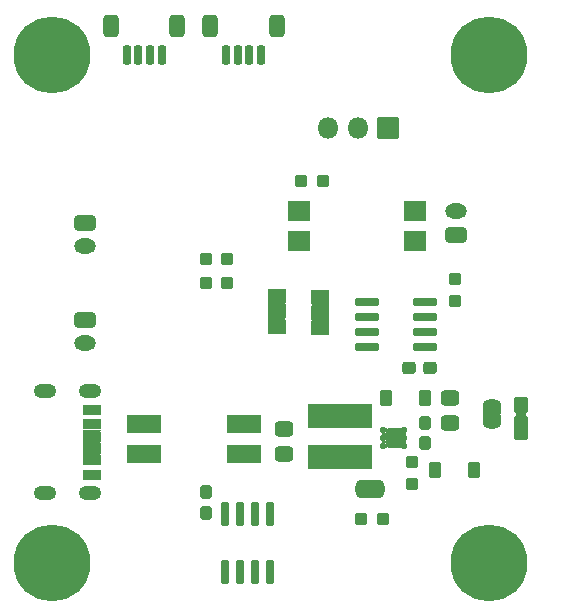
<source format=gbr>
%TF.GenerationSoftware,KiCad,Pcbnew,(6.0.4-0)*%
%TF.CreationDate,2023-08-08T15:54:36-06:00*%
%TF.ProjectId,TPS61165-heater-v8,54505336-3131-4363-952d-686561746572,rev?*%
%TF.SameCoordinates,Original*%
%TF.FileFunction,Soldermask,Top*%
%TF.FilePolarity,Negative*%
%FSLAX46Y46*%
G04 Gerber Fmt 4.6, Leading zero omitted, Abs format (unit mm)*
G04 Created by KiCad (PCBNEW (6.0.4-0)) date 2023-08-08 15:54:36*
%MOMM*%
%LPD*%
G01*
G04 APERTURE LIST*
G04 Aperture macros list*
%AMRoundRect*
0 Rectangle with rounded corners*
0 $1 Rounding radius*
0 $2 $3 $4 $5 $6 $7 $8 $9 X,Y pos of 4 corners*
0 Add a 4 corners polygon primitive as box body*
4,1,4,$2,$3,$4,$5,$6,$7,$8,$9,$2,$3,0*
0 Add four circle primitives for the rounded corners*
1,1,$1+$1,$2,$3*
1,1,$1+$1,$4,$5*
1,1,$1+$1,$6,$7*
1,1,$1+$1,$8,$9*
0 Add four rect primitives between the rounded corners*
20,1,$1+$1,$2,$3,$4,$5,0*
20,1,$1+$1,$4,$5,$6,$7,0*
20,1,$1+$1,$6,$7,$8,$9,0*
20,1,$1+$1,$8,$9,$2,$3,0*%
%AMFreePoly0*
4,1,37,0.536062,0.786062,0.551000,0.750000,0.551000,-0.750000,0.536062,-0.786062,0.500000,-0.801000,0.000000,-0.801000,-0.012525,-0.795812,-0.080875,-0.794559,-0.095149,-0.792248,-0.230464,-0.749973,-0.243516,-0.743747,-0.361526,-0.665192,-0.372306,-0.655554,-0.463526,-0.547035,-0.471167,-0.534759,-0.528262,-0.405000,-0.532150,-0.391073,-0.549733,-0.256613,-0.548336,-0.256430,-0.551000,-0.250000,
-0.551000,0.250000,-0.550512,0.251179,-0.550356,0.263956,-0.528545,0.404033,-0.524317,0.417860,-0.464069,0.546185,-0.456130,0.558271,-0.362286,0.664529,-0.351274,0.673901,-0.231379,0.749549,-0.218180,0.755454,-0.081873,0.794411,-0.067546,0.796373,-0.011990,0.796033,0.000000,0.801000,0.500000,0.801000,0.536062,0.786062,0.536062,0.786062,$1*%
%AMFreePoly1*
4,1,37,0.012349,0.795885,0.074216,0.795507,0.088518,0.793370,0.224339,0.752751,0.237465,0.746685,0.356427,0.669578,0.367324,0.660073,0.459862,0.552676,0.467652,0.540494,0.526329,0.411442,0.530388,0.397563,0.550485,0.257230,0.551000,0.250000,0.551000,-0.250000,0.550996,-0.250622,0.550847,-0.262838,0.550144,-0.270677,0.526624,-0.410478,0.522228,-0.424254,0.460416,-0.551833,
0.452330,-0.563821,0.357195,-0.668925,0.346069,-0.678161,0.225259,-0.752338,0.211989,-0.758081,0.075216,-0.795370,0.060866,-0.797157,0.011464,-0.796251,0.000000,-0.801000,-0.500000,-0.801000,-0.536062,-0.786062,-0.551000,-0.750000,-0.551000,0.750000,-0.536062,0.786062,-0.500000,0.801000,0.000000,0.801000,0.012349,0.795885,0.012349,0.795885,$1*%
G04 Aperture macros list end*
%ADD10RoundRect,0.201000X0.150000X-0.825000X0.150000X0.825000X-0.150000X0.825000X-0.150000X-0.825000X0*%
%ADD11RoundRect,0.288500X-0.250000X-0.237500X0.250000X-0.237500X0.250000X0.237500X-0.250000X0.237500X0*%
%ADD12RoundRect,0.288500X0.250000X0.237500X-0.250000X0.237500X-0.250000X-0.237500X0.250000X-0.237500X0*%
%ADD13RoundRect,0.288500X-0.237500X0.250000X-0.237500X-0.250000X0.237500X-0.250000X0.237500X0.250000X0*%
%ADD14RoundRect,0.288500X0.237500X-0.300000X0.237500X0.300000X-0.237500X0.300000X-0.237500X-0.300000X0*%
%ADD15RoundRect,0.288500X-0.300000X-0.237500X0.300000X-0.237500X0.300000X0.237500X-0.300000X0.237500X0*%
%ADD16RoundRect,0.301000X0.475000X-0.337500X0.475000X0.337500X-0.475000X0.337500X-0.475000X-0.337500X0*%
%ADD17RoundRect,0.301000X-0.475000X0.337500X-0.475000X-0.337500X0.475000X-0.337500X0.475000X0.337500X0*%
%ADD18RoundRect,0.301000X-0.625000X0.350000X-0.625000X-0.350000X0.625000X-0.350000X0.625000X0.350000X0*%
%ADD19O,1.852000X1.302000*%
%ADD20RoundRect,0.301000X0.625000X-0.350000X0.625000X0.350000X-0.625000X0.350000X-0.625000X-0.350000X0*%
%ADD21O,1.902000X1.202000*%
%ADD22RoundRect,0.051000X-0.750000X0.350000X-0.750000X-0.350000X0.750000X-0.350000X0.750000X0.350000X0*%
%ADD23RoundRect,0.051000X-0.750000X0.380000X-0.750000X-0.380000X0.750000X-0.380000X0.750000X0.380000X0*%
%ADD24RoundRect,0.051000X-0.750000X0.400000X-0.750000X-0.400000X0.750000X-0.400000X0.750000X0.400000X0*%
%ADD25RoundRect,0.144750X0.093750X0.106250X-0.093750X0.106250X-0.093750X-0.106250X0.093750X-0.106250X0*%
%ADD26RoundRect,0.051000X0.500000X0.800000X-0.500000X0.800000X-0.500000X-0.800000X0.500000X-0.800000X0*%
%ADD27RoundRect,0.051000X2.650000X-1.000000X2.650000X1.000000X-2.650000X1.000000X-2.650000X-1.000000X0*%
%ADD28RoundRect,0.051000X-1.412500X-0.700000X1.412500X-0.700000X1.412500X0.700000X-1.412500X0.700000X0*%
%ADD29RoundRect,0.051000X0.450000X0.600000X-0.450000X0.600000X-0.450000X-0.600000X0.450000X-0.600000X0*%
%ADD30RoundRect,0.051000X-0.850000X0.850000X-0.850000X-0.850000X0.850000X-0.850000X0.850000X0.850000X0*%
%ADD31O,1.802000X1.802000*%
%ADD32RoundRect,0.051000X0.900000X0.800000X-0.900000X0.800000X-0.900000X-0.800000X0.900000X-0.800000X0*%
%ADD33RoundRect,0.201000X-0.150000X-0.625000X0.150000X-0.625000X0.150000X0.625000X-0.150000X0.625000X0*%
%ADD34RoundRect,0.301000X-0.350000X-0.650000X0.350000X-0.650000X0.350000X0.650000X-0.350000X0.650000X0*%
%ADD35RoundRect,0.051000X0.750000X-0.500000X0.750000X0.500000X-0.750000X0.500000X-0.750000X-0.500000X0*%
%ADD36FreePoly0,90.000000*%
%ADD37FreePoly1,90.000000*%
%ADD38RoundRect,0.201000X-0.825000X-0.150000X0.825000X-0.150000X0.825000X0.150000X-0.825000X0.150000X0*%
%ADD39RoundRect,0.051000X-0.505000X0.950000X-0.505000X-0.950000X0.505000X-0.950000X0.505000X0.950000X0*%
%ADD40RoundRect,0.051000X-0.505000X0.590000X-0.505000X-0.590000X0.505000X-0.590000X0.505000X0.590000X0*%
%ADD41C,3.702000*%
%ADD42C,6.502000*%
%ADD43FreePoly0,0.000000*%
%ADD44FreePoly1,0.000000*%
G04 APERTURE END LIST*
D10*
%TO.C,U4*%
X133595000Y-94775000D03*
X134865000Y-94775000D03*
X136135000Y-94775000D03*
X137405000Y-94775000D03*
X137405000Y-89825000D03*
X136135000Y-89825000D03*
X134865000Y-89825000D03*
X133595000Y-89825000D03*
%TD*%
D11*
%TO.C,R6*%
X131987500Y-68300000D03*
X133812500Y-68300000D03*
%TD*%
%TO.C,R5*%
X131987500Y-70300000D03*
X133812500Y-70300000D03*
%TD*%
D12*
%TO.C,R4*%
X141912500Y-61700000D03*
X140087500Y-61700000D03*
%TD*%
D13*
%TO.C,R3*%
X153100000Y-69987500D03*
X153100000Y-71812500D03*
%TD*%
%TO.C,R2*%
X149500000Y-85487500D03*
X149500000Y-87312500D03*
%TD*%
D11*
%TO.C,R1*%
X145187500Y-90300000D03*
X147012500Y-90300000D03*
%TD*%
D14*
%TO.C,C5*%
X132000000Y-89762500D03*
X132000000Y-88037500D03*
%TD*%
D15*
%TO.C,C4*%
X149237500Y-77500000D03*
X150962500Y-77500000D03*
%TD*%
D16*
%TO.C,C3*%
X138600000Y-84737500D03*
X138600000Y-82662500D03*
%TD*%
D17*
%TO.C,C2*%
X152700000Y-80037500D03*
X152700000Y-82112500D03*
%TD*%
D14*
%TO.C,C1*%
X150600000Y-83862500D03*
X150600000Y-82137500D03*
%TD*%
D18*
%TO.C,J2*%
X121800000Y-73400000D03*
D19*
X121800000Y-75400000D03*
%TD*%
D20*
%TO.C,J5*%
X153150000Y-66200000D03*
D19*
X153150000Y-64200000D03*
%TD*%
D21*
%TO.C,J1*%
X122214000Y-88120000D03*
X118414000Y-88120000D03*
X122214000Y-79480000D03*
X118414000Y-79480000D03*
D22*
X122364000Y-83300000D03*
D23*
X122364000Y-85320000D03*
D24*
X122364000Y-86550000D03*
D22*
X122364000Y-84300000D03*
D23*
X122364000Y-82280000D03*
D24*
X122364000Y-81050000D03*
%TD*%
D25*
%TO.C,U1*%
X148817500Y-84080000D03*
X148817500Y-83430000D03*
X148817500Y-82780000D03*
X147042500Y-82780000D03*
X147042500Y-83430000D03*
X147042500Y-84080000D03*
D26*
X147930000Y-83430000D03*
%TD*%
D27*
%TO.C,L1*%
X143400000Y-85000000D03*
X143400000Y-81600000D03*
%TD*%
D28*
%TO.C,FL1*%
X126763000Y-82230000D03*
X126763000Y-84770000D03*
X135237000Y-84770000D03*
X135237000Y-82230000D03*
%TD*%
D29*
%TO.C,D1*%
X150550000Y-80000000D03*
X147250000Y-80000000D03*
%TD*%
D30*
%TO.C,J4*%
X147400000Y-57200000D03*
D31*
X144860000Y-57200000D03*
X142320000Y-57200000D03*
%TD*%
D32*
%TO.C,U2*%
X139924000Y-64230000D03*
X139924000Y-66770000D03*
X149676000Y-66770000D03*
X149676000Y-64230000D03*
%TD*%
D33*
%TO.C,J6*%
X133700000Y-51025000D03*
X134700000Y-51025000D03*
X135700000Y-51025000D03*
X136700000Y-51025000D03*
D34*
X138000000Y-48500000D03*
X132400000Y-48500000D03*
%TD*%
D35*
%TO.C,JP3*%
X138000000Y-74000000D03*
X138000000Y-72700000D03*
X138000000Y-71400000D03*
%TD*%
%TO.C,JP4*%
X141700000Y-74100000D03*
X141700000Y-72800000D03*
X141700000Y-71500000D03*
%TD*%
D29*
%TO.C,D2*%
X154750000Y-86100000D03*
X151450000Y-86100000D03*
%TD*%
D36*
%TO.C,JP2*%
X156200000Y-82050000D03*
D37*
X156200000Y-80750000D03*
%TD*%
D38*
%TO.C,U3*%
X145625000Y-71895000D03*
X145625000Y-73165000D03*
X145625000Y-74435000D03*
X145625000Y-75705000D03*
X150575000Y-75705000D03*
X150575000Y-74435000D03*
X150575000Y-73165000D03*
X150575000Y-71895000D03*
%TD*%
D39*
%TO.C,D3*%
X158700000Y-82545000D03*
D40*
X158700000Y-80655000D03*
%TD*%
D18*
%TO.C,J3*%
X121800000Y-65200000D03*
D19*
X121800000Y-67200000D03*
%TD*%
D41*
%TO.C,H4*%
X119000000Y-94000000D03*
D42*
X119000000Y-94000000D03*
%TD*%
D33*
%TO.C,J7*%
X125300000Y-51025000D03*
X126300000Y-51025000D03*
X127300000Y-51025000D03*
X128300000Y-51025000D03*
D34*
X129600000Y-48500000D03*
X124000000Y-48500000D03*
%TD*%
D43*
%TO.C,JP1*%
X145250000Y-87700000D03*
D44*
X146550000Y-87700000D03*
%TD*%
D41*
%TO.C,H3*%
X156000000Y-94000000D03*
D42*
X156000000Y-94000000D03*
%TD*%
D41*
%TO.C,H2*%
X156000000Y-51000000D03*
D42*
X156000000Y-51000000D03*
%TD*%
D41*
%TO.C,H1*%
X119000000Y-51000000D03*
D42*
X119000000Y-51000000D03*
%TD*%
G36*
X145799267Y-86933301D02*
G01*
X145850946Y-86976489D01*
X145919661Y-86985120D01*
X145982291Y-86955156D01*
X146000348Y-86934318D01*
X146002238Y-86933664D01*
X146003749Y-86934974D01*
X146003821Y-86936018D01*
X146001000Y-86950199D01*
X146001000Y-88449801D01*
X146003978Y-88464774D01*
X146003335Y-88466668D01*
X146001373Y-88467058D01*
X146000733Y-88466699D01*
X145949054Y-88423511D01*
X145880339Y-88414880D01*
X145817709Y-88444844D01*
X145799652Y-88465682D01*
X145797762Y-88466336D01*
X145796251Y-88465026D01*
X145796179Y-88463982D01*
X145799000Y-88449801D01*
X145799000Y-86950199D01*
X145796022Y-86935226D01*
X145796665Y-86933332D01*
X145798627Y-86932942D01*
X145799267Y-86933301D01*
G37*
G36*
X123134631Y-84695877D02*
G01*
X123135021Y-84697839D01*
X123134662Y-84698479D01*
X123094994Y-84745946D01*
X123086363Y-84814661D01*
X123116327Y-84877291D01*
X123131905Y-84890790D01*
X123132559Y-84892680D01*
X123131249Y-84894191D01*
X123130205Y-84894263D01*
X123113801Y-84891000D01*
X121614199Y-84891000D01*
X121595263Y-84894766D01*
X121593369Y-84894123D01*
X121592979Y-84892161D01*
X121593338Y-84891521D01*
X121633006Y-84844054D01*
X121641637Y-84775339D01*
X121611673Y-84712709D01*
X121596095Y-84699210D01*
X121595441Y-84697320D01*
X121596751Y-84695809D01*
X121597795Y-84695737D01*
X121614199Y-84699000D01*
X123113801Y-84699000D01*
X123132737Y-84695234D01*
X123134631Y-84695877D01*
G37*
G36*
X148619905Y-82576484D02*
G01*
X148619572Y-82577726D01*
X148591903Y-82619136D01*
X148581000Y-82673949D01*
X148581000Y-82886051D01*
X148591903Y-82940864D01*
X148622838Y-82987162D01*
X148669136Y-83018097D01*
X148723949Y-83029000D01*
X148911051Y-83029000D01*
X148965864Y-83018097D01*
X148984048Y-83005947D01*
X148986044Y-83005816D01*
X148987155Y-83007479D01*
X148986694Y-83008893D01*
X148947372Y-83055946D01*
X148938741Y-83124661D01*
X148968706Y-83187291D01*
X148977371Y-83194800D01*
X148978025Y-83196690D01*
X148976715Y-83198201D01*
X148974950Y-83197974D01*
X148965864Y-83191903D01*
X148911051Y-83181000D01*
X148723949Y-83181000D01*
X148669136Y-83191903D01*
X148622838Y-83222838D01*
X148591903Y-83269136D01*
X148581000Y-83323949D01*
X148581000Y-83536051D01*
X148591903Y-83590864D01*
X148622838Y-83637162D01*
X148669136Y-83668097D01*
X148723949Y-83679000D01*
X148911051Y-83679000D01*
X148965864Y-83668097D01*
X148984048Y-83655947D01*
X148986044Y-83655816D01*
X148987155Y-83657479D01*
X148986694Y-83658893D01*
X148947372Y-83705946D01*
X148938741Y-83774661D01*
X148968706Y-83837291D01*
X148977371Y-83844800D01*
X148978025Y-83846690D01*
X148976715Y-83848201D01*
X148974950Y-83847974D01*
X148965864Y-83841903D01*
X148911051Y-83831000D01*
X148723949Y-83831000D01*
X148669136Y-83841903D01*
X148622838Y-83872838D01*
X148591903Y-83919136D01*
X148581000Y-83973949D01*
X148581000Y-84186051D01*
X148591903Y-84240864D01*
X148619572Y-84282274D01*
X148619703Y-84284270D01*
X148618040Y-84285381D01*
X148616798Y-84285048D01*
X148603007Y-84275833D01*
X148602764Y-84276196D01*
X148600970Y-84277081D01*
X148599819Y-84276620D01*
X148578265Y-84258609D01*
X148509471Y-84249972D01*
X148467845Y-84266351D01*
X148465867Y-84266055D01*
X148465135Y-84264194D01*
X148465450Y-84263379D01*
X148475233Y-84248738D01*
X148479000Y-84229801D01*
X148479000Y-82630199D01*
X148475233Y-82611262D01*
X148464951Y-82595875D01*
X148464820Y-82593879D01*
X148466483Y-82592768D01*
X148467212Y-82592855D01*
X148527020Y-82611583D01*
X148593884Y-82593240D01*
X148603790Y-82583682D01*
X148604068Y-82583458D01*
X148616798Y-82574952D01*
X148618794Y-82574821D01*
X148619905Y-82576484D01*
G37*
G36*
X147243202Y-82574952D02*
G01*
X147256993Y-82584167D01*
X147257236Y-82583804D01*
X147259030Y-82582919D01*
X147260181Y-82583380D01*
X147281735Y-82601391D01*
X147350529Y-82610028D01*
X147392155Y-82593649D01*
X147394133Y-82593945D01*
X147394865Y-82595806D01*
X147394550Y-82596621D01*
X147384767Y-82611262D01*
X147381000Y-82630199D01*
X147381000Y-84229801D01*
X147384767Y-84248738D01*
X147395049Y-84264125D01*
X147395180Y-84266121D01*
X147393517Y-84267232D01*
X147392788Y-84267145D01*
X147332980Y-84248417D01*
X147266116Y-84266760D01*
X147256210Y-84276318D01*
X147255932Y-84276542D01*
X147243202Y-84285048D01*
X147241206Y-84285179D01*
X147240095Y-84283516D01*
X147240428Y-84282274D01*
X147268097Y-84240864D01*
X147279000Y-84186051D01*
X147279000Y-83973949D01*
X147268097Y-83919136D01*
X147237162Y-83872838D01*
X147190864Y-83841903D01*
X147136051Y-83831000D01*
X146948949Y-83831000D01*
X146894136Y-83841903D01*
X146875952Y-83854053D01*
X146873956Y-83854184D01*
X146872845Y-83852521D01*
X146873306Y-83851107D01*
X146912628Y-83804054D01*
X146921259Y-83735339D01*
X146891294Y-83672709D01*
X146882629Y-83665200D01*
X146881975Y-83663310D01*
X146883285Y-83661799D01*
X146885050Y-83662026D01*
X146894136Y-83668097D01*
X146948949Y-83679000D01*
X147136051Y-83679000D01*
X147190864Y-83668097D01*
X147237162Y-83637162D01*
X147268097Y-83590864D01*
X147279000Y-83536051D01*
X147279000Y-83323949D01*
X147268097Y-83269136D01*
X147237162Y-83222838D01*
X147190864Y-83191903D01*
X147136051Y-83181000D01*
X146948949Y-83181000D01*
X146894136Y-83191903D01*
X146875952Y-83204053D01*
X146873956Y-83204184D01*
X146872845Y-83202521D01*
X146873306Y-83201107D01*
X146912628Y-83154054D01*
X146921259Y-83085339D01*
X146891294Y-83022709D01*
X146882629Y-83015200D01*
X146881975Y-83013310D01*
X146883285Y-83011799D01*
X146885050Y-83012026D01*
X146894136Y-83018097D01*
X146948949Y-83029000D01*
X147136051Y-83029000D01*
X147190864Y-83018097D01*
X147237162Y-82987162D01*
X147268097Y-82940864D01*
X147279000Y-82886051D01*
X147279000Y-82673949D01*
X147268097Y-82619136D01*
X147240428Y-82577726D01*
X147240297Y-82575730D01*
X147241960Y-82574619D01*
X147243202Y-82574952D01*
G37*
G36*
X123130668Y-83696665D02*
G01*
X123131058Y-83698627D01*
X123130699Y-83699267D01*
X123087511Y-83750946D01*
X123078880Y-83819661D01*
X123108844Y-83882291D01*
X123129682Y-83900348D01*
X123130336Y-83902238D01*
X123129026Y-83903749D01*
X123127982Y-83903821D01*
X123113801Y-83901000D01*
X121614199Y-83901000D01*
X121599226Y-83903978D01*
X121597332Y-83903335D01*
X121596942Y-83901373D01*
X121597301Y-83900733D01*
X121640489Y-83849054D01*
X121649120Y-83780339D01*
X121619156Y-83717709D01*
X121598318Y-83699652D01*
X121597664Y-83697762D01*
X121598974Y-83696251D01*
X121600018Y-83696179D01*
X121614199Y-83699000D01*
X123113801Y-83699000D01*
X123128774Y-83696022D01*
X123130668Y-83696665D01*
G37*
G36*
X123134631Y-82705877D02*
G01*
X123135021Y-82707839D01*
X123134662Y-82708479D01*
X123094994Y-82755946D01*
X123086363Y-82824661D01*
X123116327Y-82887291D01*
X123131905Y-82900790D01*
X123132559Y-82902680D01*
X123131249Y-82904191D01*
X123130205Y-82904263D01*
X123113801Y-82901000D01*
X121614199Y-82901000D01*
X121595263Y-82904766D01*
X121593369Y-82904123D01*
X121592979Y-82902161D01*
X121593338Y-82901521D01*
X121633006Y-82854054D01*
X121641637Y-82785339D01*
X121611673Y-82722709D01*
X121596095Y-82709210D01*
X121595441Y-82707320D01*
X121596751Y-82705809D01*
X121597795Y-82705737D01*
X121614199Y-82709000D01*
X123113801Y-82709000D01*
X123132737Y-82705234D01*
X123134631Y-82705877D01*
G37*
G36*
X159194414Y-81295000D02*
G01*
X159194414Y-81297000D01*
X159193072Y-81297962D01*
X159186307Y-81299307D01*
X159124674Y-81331546D01*
X159090400Y-81391730D01*
X159094106Y-81460887D01*
X159134647Y-81517112D01*
X159186250Y-81540679D01*
X159193081Y-81542038D01*
X159194585Y-81543357D01*
X159194195Y-81545319D01*
X159192691Y-81546000D01*
X158207318Y-81546000D01*
X158205586Y-81545000D01*
X158205586Y-81543000D01*
X158206928Y-81542038D01*
X158213693Y-81540693D01*
X158275326Y-81508454D01*
X158309600Y-81448270D01*
X158305894Y-81379113D01*
X158265353Y-81322888D01*
X158213750Y-81299321D01*
X158206919Y-81297962D01*
X158205415Y-81296643D01*
X158205805Y-81294681D01*
X158207309Y-81294000D01*
X159192682Y-81294000D01*
X159194414Y-81295000D01*
G37*
G36*
X156966668Y-81296665D02*
G01*
X156967058Y-81298627D01*
X156966699Y-81299267D01*
X156923511Y-81350946D01*
X156914880Y-81419661D01*
X156944844Y-81482291D01*
X156965682Y-81500348D01*
X156966336Y-81502238D01*
X156965026Y-81503749D01*
X156963982Y-81503821D01*
X156949801Y-81501000D01*
X155450199Y-81501000D01*
X155435226Y-81503978D01*
X155433332Y-81503335D01*
X155432942Y-81501373D01*
X155433301Y-81500733D01*
X155476489Y-81449054D01*
X155485120Y-81380339D01*
X155455156Y-81317709D01*
X155434318Y-81299652D01*
X155433664Y-81297762D01*
X155434974Y-81296251D01*
X155436018Y-81296179D01*
X155450199Y-81299000D01*
X156949801Y-81299000D01*
X156964774Y-81296022D01*
X156966668Y-81296665D01*
G37*
G36*
X142466668Y-73346665D02*
G01*
X142467058Y-73348627D01*
X142466699Y-73349267D01*
X142423511Y-73400946D01*
X142414880Y-73469661D01*
X142444844Y-73532291D01*
X142465682Y-73550348D01*
X142466336Y-73552238D01*
X142465026Y-73553749D01*
X142463982Y-73553821D01*
X142449801Y-73551000D01*
X140950199Y-73551000D01*
X140935226Y-73553978D01*
X140933332Y-73553335D01*
X140932942Y-73551373D01*
X140933301Y-73550733D01*
X140976489Y-73499054D01*
X140985120Y-73430339D01*
X140955156Y-73367709D01*
X140934318Y-73349652D01*
X140933664Y-73347762D01*
X140934974Y-73346251D01*
X140936018Y-73346179D01*
X140950199Y-73349000D01*
X142449801Y-73349000D01*
X142464774Y-73346022D01*
X142466668Y-73346665D01*
G37*
G36*
X138766668Y-73246665D02*
G01*
X138767058Y-73248627D01*
X138766699Y-73249267D01*
X138723511Y-73300946D01*
X138714880Y-73369661D01*
X138744844Y-73432291D01*
X138765682Y-73450348D01*
X138766336Y-73452238D01*
X138765026Y-73453749D01*
X138763982Y-73453821D01*
X138749801Y-73451000D01*
X137250199Y-73451000D01*
X137235226Y-73453978D01*
X137233332Y-73453335D01*
X137232942Y-73451373D01*
X137233301Y-73450733D01*
X137276489Y-73399054D01*
X137285120Y-73330339D01*
X137255156Y-73267709D01*
X137234318Y-73249652D01*
X137233664Y-73247762D01*
X137234974Y-73246251D01*
X137236018Y-73246179D01*
X137250199Y-73249000D01*
X138749801Y-73249000D01*
X138764774Y-73246022D01*
X138766668Y-73246665D01*
G37*
G36*
X142466668Y-72046665D02*
G01*
X142467058Y-72048627D01*
X142466699Y-72049267D01*
X142423511Y-72100946D01*
X142414880Y-72169661D01*
X142444844Y-72232291D01*
X142465682Y-72250348D01*
X142466336Y-72252238D01*
X142465026Y-72253749D01*
X142463982Y-72253821D01*
X142449801Y-72251000D01*
X140950199Y-72251000D01*
X140935226Y-72253978D01*
X140933332Y-72253335D01*
X140932942Y-72251373D01*
X140933301Y-72250733D01*
X140976489Y-72199054D01*
X140985120Y-72130339D01*
X140955156Y-72067709D01*
X140934318Y-72049652D01*
X140933664Y-72047762D01*
X140934974Y-72046251D01*
X140936018Y-72046179D01*
X140950199Y-72049000D01*
X142449801Y-72049000D01*
X142464774Y-72046022D01*
X142466668Y-72046665D01*
G37*
G36*
X138766668Y-71946665D02*
G01*
X138767058Y-71948627D01*
X138766699Y-71949267D01*
X138723511Y-72000946D01*
X138714880Y-72069661D01*
X138744844Y-72132291D01*
X138765682Y-72150348D01*
X138766336Y-72152238D01*
X138765026Y-72153749D01*
X138763982Y-72153821D01*
X138749801Y-72151000D01*
X137250199Y-72151000D01*
X137235226Y-72153978D01*
X137233332Y-72153335D01*
X137232942Y-72151373D01*
X137233301Y-72150733D01*
X137276489Y-72099054D01*
X137285120Y-72030339D01*
X137255156Y-71967709D01*
X137234318Y-71949652D01*
X137233664Y-71947762D01*
X137234974Y-71946251D01*
X137236018Y-71946179D01*
X137250199Y-71949000D01*
X138749801Y-71949000D01*
X138764774Y-71946022D01*
X138766668Y-71946665D01*
G37*
M02*

</source>
